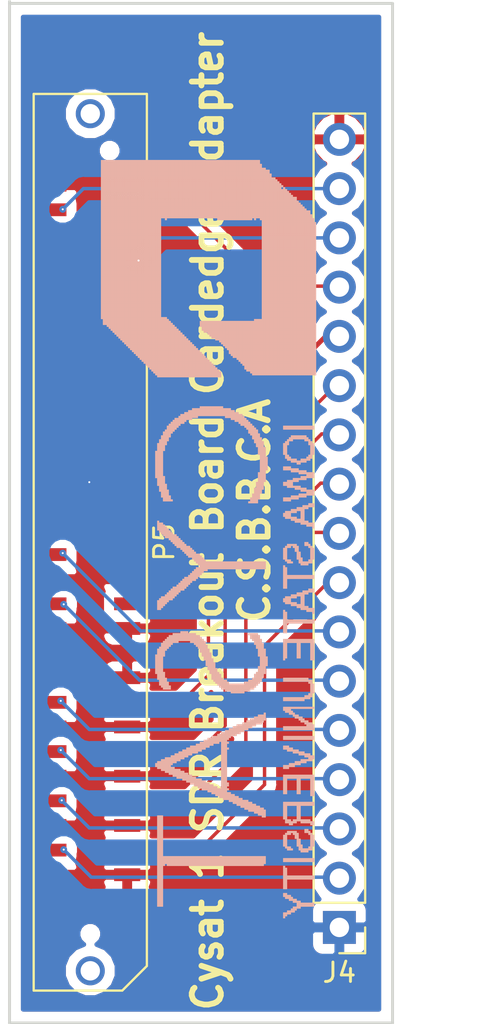
<source format=kicad_pcb>
(kicad_pcb (version 20171130) (host pcbnew 5.0.0)
  (layers (0 F.Cu signal) (31 B.Cu signal) (34 B.Paste user hide) (35 F.Paste user) (36 B.SilkS user) (37 F.SilkS user) (38 B.Mask user) (39 F.Mask user) (44 Edge.Cuts user))
  (net 0 "")
  (net 1 GND)
  (net 2 +5V)
  (net 3 PWR_ENABLE)
  (net 4 MIO15)
  (net 5 MIO10)
  (net 6 MIO13)
  (net 7 MIO14)
  (net 8 MIO0)
  (net 9 MIO48)
  (net 10 MIO51)
  (net 11 MIO49)
  (net 12 MIO47)
  (net 13 MIO46)
  (net 14 MIO11)
  (net 15 MIO12)
  (net 16 PG_MODULE)
  (net 17 FPGA_DONE)
  (net 18 "Net-(P5-Pad41)")
  (net 19 "Net-(P5-Pad42)")
  (net 20 "Net-(P5-Pad45)")
  (net 21 "Net-(P5-Pad46)")
  (net 22 "Net-(P5-Pad49)")
  (net 23 "Net-(P5-Pad50)")
  (net 24 "Net-(P5-Pad54)")
  (module Connectors_Samtec:MECF-30-01-L-DV-WT_Socket (layer F.Cu) (at 198.3486 133.3246 90)
    (fp_text reference P5 (at 0 3.81 90) (layer F.SilkS))
    (fp_text value CONN_02X30)
    (pad 1 smd rect (at -18.415 1.905 90) (size 0.66 1.35) (layers F.Cu F.Paste F.Mask) (net 1 GND))
    (pad 2 smd rect (at -18.415 -1.905 90) (size 0.66 1.35) (layers F.Cu F.Paste F.Mask) (net 1 GND))
    (pad 3 smd rect (at -17.145 1.905 90) (size 0.66 1.35) (layers F.Cu F.Paste F.Mask) (net 1 GND))
    (pad 4 smd rect (at -17.145 -1.905 90) (size 0.66 1.35) (layers F.Cu F.Paste F.Mask) (net 1 GND))
    (pad 5 smd rect (at -15.875 1.905 90) (size 0.66 1.35) (layers F.Cu F.Paste F.Mask) (net 9 MIO48))
    (pad 6 smd rect (at -15.875 -1.905 90) (size 0.66 1.35) (layers F.Cu F.Paste F.Mask) (net 10 MIO51))
    (pad 7 smd rect (at -14.605 1.905 90) (size 0.66 1.35) (layers F.Cu F.Paste F.Mask) (net 1 GND))
    (pad 8 smd rect (at -14.605 -1.905 90) (size 0.66 1.35) (layers F.Cu F.Paste F.Mask) (net 1 GND))
    (pad 9 smd rect (at -13.335 1.905 90) (size 0.66 1.35) (layers F.Cu F.Paste F.Mask) (net 8 MIO0))
    (pad 10 smd rect (at -13.335 -1.905 90) (size 0.66 1.35) (layers F.Cu F.Paste F.Mask) (net 11 MIO49))
    (pad 11 smd rect (at -12.065 1.905 90) (size 0.66 1.35) (layers F.Cu F.Paste F.Mask) (net 1 GND))
    (pad 12 smd rect (at -12.065 -1.905 90) (size 0.66 1.35) (layers F.Cu F.Paste F.Mask) (net 1 GND))
    (pad 13 smd rect (at -10.795 1.905 90) (size 0.66 1.35) (layers F.Cu F.Paste F.Mask) (net 7 MIO14))
    (pad 14 smd rect (at -10.795 -1.905 90) (size 0.66 1.35) (layers F.Cu F.Paste F.Mask) (net 12 MIO47))
    (pad 15 smd rect (at -9.525 1.905 90) (size 0.66 1.35) (layers F.Cu F.Paste F.Mask) (net 1 GND))
    (pad 16 smd rect (at -9.525 -1.905 90) (size 0.66 1.35) (layers F.Cu F.Paste F.Mask) (net 1 GND))
    (pad 17 smd rect (at -8.255 1.905 90) (size 0.66 1.35) (layers F.Cu F.Paste F.Mask) (net 6 MIO13))
    (pad 18 smd rect (at -8.255 -1.905 90) (size 0.66 1.35) (layers F.Cu F.Paste F.Mask) (net 13 MIO46))
    (pad 19 smd rect (at -6.985 1.905 90) (size 0.66 1.35) (layers F.Cu F.Paste F.Mask) (net 1 GND))
    (pad 20 smd rect (at -6.985 -1.905 90) (size 0.66 1.35) (layers F.Cu F.Paste F.Mask) (net 1 GND))
    (pad 23 smd rect (at -4.445 1.905 90) (size 0.66 1.35) (layers F.Cu F.Paste F.Mask) (net 1 GND))
    (pad 24 smd rect (at -4.445 -1.905 90) (size 0.66 1.35) (layers F.Cu F.Paste F.Mask) (net 1 GND))
    (pad 25 smd rect (at -3.175 1.905 90) (size 0.66 1.35) (layers F.Cu F.Paste F.Mask) (net 5 MIO10))
    (pad 26 smd rect (at -3.175 -1.905 90) (size 0.66 1.35) (layers F.Cu F.Paste F.Mask) (net 14 MIO11))
    (pad 27 smd rect (at -1.905 1.905 90) (size 0.66 1.35) (layers F.Cu F.Paste F.Mask) (net 1 GND))
    (pad 28 smd rect (at -1.905 -1.905 90) (size 0.66 1.35) (layers F.Cu F.Paste F.Mask) (net 1 GND))
    (pad 29 smd rect (at -0.635 1.905 90) (size 0.66 1.35) (layers F.Cu F.Paste F.Mask) (net 4 MIO15))
    (pad 30 smd rect (at -0.635 -1.905 90) (size 0.66 1.35) (layers F.Cu F.Paste F.Mask) (net 15 MIO12))
    (pad 31 smd rect (at 0.635 1.905 90) (size 0.66 1.35) (layers F.Cu F.Paste F.Mask) (net 1 GND))
    (pad 32 smd rect (at 0.635 -1.905 90) (size 0.66 1.35) (layers F.Cu F.Paste F.Mask) (net 1 GND))
    (pad 33 smd rect (at 1.905 1.905 90) (size 0.66 1.35) (layers F.Cu F.Paste F.Mask) (net 2 +5V))
    (pad 34 smd rect (at 1.905 -1.905 90) (size 0.66 1.35) (layers F.Cu F.Paste F.Mask) (net 2 +5V))
    (pad 35 smd rect (at 3.175 1.905 90) (size 0.66 1.35) (layers F.Cu F.Paste F.Mask) (net 1 GND))
    (pad 36 smd rect (at 3.175 -1.905 90) (size 0.66 1.35) (layers F.Cu F.Paste F.Mask) (net 1 GND))
    (pad 37 smd rect (at 4.445 1.905 90) (size 0.66 1.35) (layers F.Cu F.Paste F.Mask) (net 2 +5V))
    (pad 38 smd rect (at 4.445 -1.905 90) (size 0.66 1.35) (layers F.Cu F.Paste F.Mask) (net 2 +5V))
    (pad 39 smd rect (at 5.715 1.905 90) (size 0.66 1.35) (layers F.Cu F.Paste F.Mask) (net 1 GND))
    (pad 40 smd rect (at 5.715 -1.905 90) (size 0.66 1.35) (layers F.Cu F.Paste F.Mask) (net 1 GND))
    (pad 41 smd rect (at 6.985 1.905 90) (size 0.66 1.35) (layers F.Cu F.Paste F.Mask) (net 18 "Net-(P5-Pad41)"))
    (pad 42 smd rect (at 6.985 -1.905 90) (size 0.66 1.35) (layers F.Cu F.Paste F.Mask) (net 19 "Net-(P5-Pad42)"))
    (pad 43 smd rect (at 8.255 1.905 90) (size 0.66 1.35) (layers F.Cu F.Paste F.Mask) (net 1 GND))
    (pad 44 smd rect (at 8.255 -1.905 90) (size 0.66 1.35) (layers F.Cu F.Paste F.Mask) (net 1 GND))
    (pad 45 smd rect (at 9.525 1.905 90) (size 0.66 1.35) (layers F.Cu F.Paste F.Mask) (net 20 "Net-(P5-Pad45)"))
    (pad 46 smd rect (at 9.525 -1.905 90) (size 0.66 1.35) (layers F.Cu F.Paste F.Mask) (net 21 "Net-(P5-Pad46)"))
    (pad 47 smd rect (at 10.795 1.905 90) (size 0.66 1.35) (layers F.Cu F.Paste F.Mask) (net 1 GND))
    (pad 48 smd rect (at 10.795 -1.905 90) (size 0.66 1.35) (layers F.Cu F.Paste F.Mask) (net 1 GND))
    (pad 49 smd rect (at 12.065 1.905 90) (size 0.66 1.35) (layers F.Cu F.Paste F.Mask) (net 22 "Net-(P5-Pad49)"))
    (pad 50 smd rect (at 12.065 -1.905 90) (size 0.66 1.35) (layers F.Cu F.Paste F.Mask) (net 23 "Net-(P5-Pad50)"))
    (pad 51 smd rect (at 13.335 1.905 90) (size 0.66 1.35) (layers F.Cu F.Paste F.Mask) (net 1 GND))
    (pad 52 smd rect (at 13.335 -1.905 90) (size 0.66 1.35) (layers F.Cu F.Paste F.Mask) (net 1 GND))
    (pad 53 smd rect (at 14.605 1.905 90) (size 0.66 1.35) (layers F.Cu F.Paste F.Mask) (net 16 PG_MODULE))
    (pad 54 smd rect (at 14.605 -1.905 90) (size 0.66 1.35) (layers F.Cu F.Paste F.Mask) (net 24 "Net-(P5-Pad54)"))
    (pad 55 smd rect (at 15.875 1.905 90) (size 0.66 1.35) (layers F.Cu F.Paste F.Mask) (net 1 GND))
    (pad 56 smd rect (at 15.875 -1.905 90) (size 0.66 1.35) (layers F.Cu F.Paste F.Mask) (net 1 GND))
    (pad 57 smd rect (at 17.145 1.905 90) (size 0.66 1.35) (layers F.Cu F.Paste F.Mask) (net 3 PWR_ENABLE))
    (pad 58 smd rect (at 17.145 -1.905 90) (size 0.66 1.35) (layers F.Cu F.Paste F.Mask) (net 17 FPGA_DONE))
    (pad 59 smd rect (at 18.415 1.905 90) (size 0.66 1.35) (layers F.Cu F.Paste F.Mask) (net 1 GND))
    (pad 60 smd rect (at 18.415 -1.905 90) (size 0.66 1.35) (layers F.Cu F.Paste F.Mask) (net 1 GND))
    (pad "" np_thru_hole circle (at -20.195 0 90) (size 0 0) (drill 1.45) (layers *.Cu *.Mask))
    (pad "" np_thru_hole circle (at 20.195 1 90) (size 0 0) (drill 1.45) (layers *.Cu *.Mask))
    (pad "" thru_hole circle (at -22.1 0 90) (size 1.5 1.5) (drill 1) (layers *.Cu *.Mask))
    (pad "" thru_hole circle (at 22.1 0 90) (size 1.5 1.5) (drill 1) (layers *.Cu *.Mask))
  )
  (module motherboard:LOGO (layer B.Cu) (at 198.501 113.6142 270)
    (fp_text reference LOGO hide)
    (fp_text value "" (at 0 0 270) (layer B.SilkS) (effects (font (size 1.27 1.27)) (justify mirror)))
  )
  (module Pin_Headers:Pin_Header_Straight_1x17_Pitch2.54mm (layer F.Cu) (at 211.201 153.1874 180)
    (fp_text reference J4 (at 0 -2.33 180) (layer F.SilkS))
    (fp_text value "Cardedge breakout")
    (pad 1 thru_hole rect (at 0 0 180) (size 1.7 1.7) (drill 1) (layers *.Cu *.Mask) (net 2 +5V))
    (pad 2 thru_hole oval (at 0 2.54 180) (size 1.7 1.7) (drill 1) (layers *.Cu *.Mask) (net 10 MIO51))
    (pad 3 thru_hole oval (at 0 5.08 180) (size 1.7 1.7) (drill 1) (layers *.Cu *.Mask) (net 11 MIO49))
    (pad 4 thru_hole oval (at 0 7.62 180) (size 1.7 1.7) (drill 1) (layers *.Cu *.Mask) (net 12 MIO47))
    (pad 5 thru_hole oval (at 0 10.16 180) (size 1.7 1.7) (drill 1) (layers *.Cu *.Mask) (net 13 MIO46))
    (pad 6 thru_hole oval (at 0 12.7 180) (size 1.7 1.7) (drill 1) (layers *.Cu *.Mask) (net 14 MIO11))
    (pad 7 thru_hole oval (at 0 15.24 180) (size 1.7 1.7) (drill 1) (layers *.Cu *.Mask) (net 15 MIO12))
    (pad 8 thru_hole oval (at 0 17.78 180) (size 1.7 1.7) (drill 1) (layers *.Cu *.Mask) (net 9 MIO48))
    (pad 9 thru_hole oval (at 0 20.32 180) (size 1.7 1.7) (drill 1) (layers *.Cu *.Mask) (net 8 MIO0))
    (pad 10 thru_hole oval (at 0 22.86 180) (size 1.7 1.7) (drill 1) (layers *.Cu *.Mask) (net 7 MIO14))
    (pad 11 thru_hole oval (at 0 25.4 180) (size 1.7 1.7) (drill 1) (layers *.Cu *.Mask) (net 6 MIO13))
    (pad 12 thru_hole oval (at 0 27.94 180) (size 1.7 1.7) (drill 1) (layers *.Cu *.Mask) (net 5 MIO10))
    (pad 13 thru_hole oval (at 0 30.48 180) (size 1.7 1.7) (drill 1) (layers *.Cu *.Mask) (net 4 MIO15))
    (pad 14 thru_hole oval (at 0 33.02 180) (size 1.7 1.7) (drill 1) (layers *.Cu *.Mask) (net 3 PWR_ENABLE))
    (pad 15 thru_hole oval (at 0 35.56 180) (size 1.7 1.7) (drill 1) (layers *.Cu *.Mask) (net 16 PG_MODULE))
    (pad 16 thru_hole oval (at 0 38.1 180) (size 1.7 1.7) (drill 1) (layers *.Cu *.Mask) (net 17 FPGA_DONE))
    (pad 17 thru_hole oval (at 0 40.64 180) (size 1.7 1.7) (drill 1) (layers *.Cu *.Mask) (net 1 GND))
  )
  (gr_line (start 213.9442 158.115) (end 213.9442 105.537) (angle 90) (layer Edge.Cuts) (width 0.15))
  (gr_line (start 194.183 158.115) (end 213.9442 158.115) (angle 90) (layer Edge.Cuts) (width 0.15))
  (gr_line (start 213.9442 105.537) (end 194.183 105.537) (angle 90) (layer Edge.Cuts) (width 0.15))
  (gr_line (start 194.183 105.537) (end 194.183 105.4354) (angle 90) (layer Edge.Cuts) (width 0.15))
  (gr_text "Cysat 1 SDR Breakout Board Cardedge Adapter \nC.S.B.B.C.A" (at 205.613 131.699 90) (layer F.SilkS) (effects (font (size 1.5 1.4) (thickness 0.3))))
  (gr_line (start 194.183 158.115) (end 194.183 105.537) (layer Edge.Cuts) (width 0.15))
  (segment (start 199.4916 131.4196) (end 198.2978 130.2258) (width 0.1778) (layer F.Cu) (net 2))
  (via (at 198.2978 130.2258) (size 0.3556) (drill 0.1016) (layers F.Cu B.Cu) (net 2))
  (segment (start 198.2978 130.2258) (end 198.2978 130.175) (width 0.1778) (layer B.Cu) (net 2))
  (segment (start 200.2536 131.4196) (end 199.4916 131.4196) (width 0.1778) (layer F.Cu) (net 2))
  (segment (start 197.104 131.4196) (end 198.2978 130.2258) (width 0.1778) (layer F.Cu) (net 2))
  (segment (start 196.4436 131.4196) (end 197.104 131.4196) (width 0.1778) (layer F.Cu) (net 2))
  (segment (start 199.644 128.8796) (end 198.2978 130.2258) (width 0.1778) (layer F.Cu) (net 2))
  (segment (start 200.2536 128.8796) (end 199.644 128.8796) (width 0.1778) (layer F.Cu) (net 2))
  (segment (start 196.9516 128.8796) (end 198.2978 130.2258) (width 0.1778) (layer F.Cu) (net 2))
  (segment (start 196.4436 128.8796) (end 196.9516 128.8796) (width 0.1778) (layer F.Cu) (net 2))
  (segment (start 207.2894 120.1166) (end 203.3524 116.1796) (width 0.1778) (layer F.Cu) (net 3))
  (segment (start 203.3524 116.1796) (end 200.2536 116.1796) (width 0.1778) (layer F.Cu) (net 3))
  (segment (start 210.6422 120.1166) (end 207.2894 120.1166) (width 0.1778) (layer F.Cu) (net 3))
  (segment (start 210.5406 122.7074) (end 207.772 125.476) (width 0.1778) (layer F.Cu) (net 4))
  (segment (start 211.201 122.7074) (end 210.5406 122.7074) (width 0.1778) (layer F.Cu) (net 4))
  (segment (start 201.93 133.9596) (end 200.2536 133.9596) (width 0.1778) (layer F.Cu) (net 4))
  (segment (start 202.9206 132.969) (end 201.93 133.9596) (width 0.1778) (layer F.Cu) (net 4))
  (segment (start 202.9206 130.2258) (end 202.9206 132.969) (width 0.1778) (layer F.Cu) (net 4))
  (segment (start 207.772 125.3744) (end 202.9206 130.2258) (width 0.1778) (layer F.Cu) (net 4))
  (segment (start 210.4898 122.6566) (end 207.772 125.3744) (width 0.1778) (layer F.Cu) (net 4))
  (segment (start 210.6422 122.6566) (end 210.4898 122.6566) (width 0.1778) (layer F.Cu) (net 4))
  (segment (start 207.772 125.476) (end 207.772 125.3744) (width 0.1778) (layer F.Cu) (net 4))
  (segment (start 202.3364 136.4996) (end 200.2536 136.4996) (width 0.1778) (layer F.Cu) (net 5))
  (segment (start 203.6318 135.2042) (end 202.3364 136.4996) (width 0.1778) (layer F.Cu) (net 5))
  (segment (start 203.6318 132.6134) (end 203.6318 135.2042) (width 0.1778) (layer F.Cu) (net 5))
  (segment (start 210.6422 125.603) (end 203.6318 132.6134) (width 0.1778) (layer F.Cu) (net 5))
  (segment (start 210.6422 125.1966) (end 210.6422 125.603) (width 0.1778) (layer F.Cu) (net 5))
  (segment (start 203.0476 141.5796) (end 200.2536 141.5796) (width 0.1778) (layer F.Cu) (net 6))
  (segment (start 204.4446 140.1826) (end 203.0476 141.5796) (width 0.1778) (layer F.Cu) (net 6))
  (segment (start 204.4446 133.5786) (end 204.4446 140.1826) (width 0.1778) (layer F.Cu) (net 6))
  (segment (start 210.2866 127.7366) (end 204.4446 133.5786) (width 0.1778) (layer F.Cu) (net 6))
  (segment (start 210.6422 127.7366) (end 210.2866 127.7366) (width 0.1778) (layer F.Cu) (net 6))
  (segment (start 210.6422 130.2766) (end 210.2358 130.2766) (width 0.1778) (layer F.Cu) (net 7))
  (segment (start 203.962 144.1196) (end 200.2536 144.1196) (width 0.1778) (layer F.Cu) (net 7))
  (segment (start 205.3082 142.7734) (end 203.962 144.1196) (width 0.1778) (layer F.Cu) (net 7))
  (segment (start 205.3082 135.2042) (end 205.3082 142.7734) (width 0.1778) (layer F.Cu) (net 7))
  (segment (start 210.2358 130.2766) (end 205.3082 135.2042) (width 0.1778) (layer F.Cu) (net 7))
  (segment (start 209.3214 132.8166) (end 206.375 135.763) (width 0.1778) (layer F.Cu) (net 8))
  (segment (start 206.375 135.763) (end 206.375 143.7894) (width 0.1778) (layer F.Cu) (net 8))
  (segment (start 206.375 143.7894) (end 203.5048 146.6596) (width 0.1778) (layer F.Cu) (net 8))
  (segment (start 203.5048 146.6596) (end 200.2536 146.6596) (width 0.1778) (layer F.Cu) (net 8))
  (segment (start 210.6422 132.8166) (end 209.3214 132.8166) (width 0.1778) (layer F.Cu) (net 8))
  (segment (start 207.3402 138.6586) (end 207.3402 145.8214) (width 0.1778) (layer F.Cu) (net 9))
  (segment (start 207.3402 145.8214) (end 203.962 149.1996) (width 0.1778) (layer F.Cu) (net 9))
  (segment (start 203.962 149.1996) (end 200.2536 149.1996) (width 0.1778) (layer F.Cu) (net 9))
  (segment (start 210.6422 135.3566) (end 207.3402 138.6586) (width 0.1778) (layer F.Cu) (net 9))
  (segment (start 198.3994 150.5966) (end 196.977 149.1742) (width 0.1778) (layer B.Cu) (net 10))
  (segment (start 210.6422 150.5966) (end 198.3994 150.5966) (width 0.1778) (layer B.Cu) (net 10))
  (segment (start 196.9516 149.1488) (end 196.3928 149.1488) (width 0.1778) (layer F.Cu) (net 10))
  (via (at 196.977 149.1742) (size 0.3556) (drill 0.1016) (layers F.Cu B.Cu) (net 10))
  (segment (start 196.977 149.1742) (end 196.9516 149.1488) (width 0.1778) (layer F.Cu) (net 10))
  (segment (start 198.2978 148.0566) (end 196.8754 146.6342) (width 0.1778) (layer B.Cu) (net 11))
  (segment (start 210.6422 148.0566) (end 198.2978 148.0566) (width 0.1778) (layer B.Cu) (net 11))
  (segment (start 196.85 146.6088) (end 196.3928 146.6088) (width 0.1778) (layer F.Cu) (net 11))
  (via (at 196.8754 146.6342) (size 0.3556) (drill 0.1016) (layers F.Cu B.Cu) (net 11))
  (segment (start 196.8754 146.6342) (end 196.85 146.6088) (width 0.1778) (layer F.Cu) (net 11))
  (segment (start 198.2978 145.5166) (end 196.8246 144.0434) (width 0.1778) (layer B.Cu) (net 12))
  (segment (start 210.6422 145.5166) (end 198.2978 145.5166) (width 0.1778) (layer B.Cu) (net 12))
  (segment (start 196.7992 144.0688) (end 196.3928 144.0688) (width 0.1778) (layer F.Cu) (net 12))
  (via (at 196.8246 144.0434) (size 0.3556) (drill 0.1016) (layers F.Cu B.Cu) (net 12))
  (segment (start 196.8246 144.0434) (end 196.7992 144.0688) (width 0.1778) (layer F.Cu) (net 12))
  (segment (start 198.2978 142.9766) (end 196.8246 141.5034) (width 0.1778) (layer B.Cu) (net 13))
  (segment (start 210.6422 142.9766) (end 198.2978 142.9766) (width 0.1778) (layer B.Cu) (net 13))
  (segment (start 196.7992 141.5288) (end 196.3928 141.5288) (width 0.1778) (layer F.Cu) (net 13))
  (via (at 196.8246 141.5034) (size 0.3556) (drill 0.1016) (layers F.Cu B.Cu) (net 13))
  (segment (start 196.8246 141.5034) (end 196.7992 141.5288) (width 0.1778) (layer F.Cu) (net 13))
  (segment (start 196.9516 136.4996) (end 196.4436 136.4996) (width 0.1778) (layer F.Cu) (net 14))
  (segment (start 200.8886 140.4366) (end 196.977 136.525) (width 0.1778) (layer B.Cu) (net 14))
  (via (at 196.977 136.525) (size 0.3556) (drill 0.1016) (layers F.Cu B.Cu) (net 14))
  (segment (start 196.977 136.525) (end 196.9516 136.4996) (width 0.1778) (layer F.Cu) (net 14))
  (segment (start 210.6422 140.4366) (end 200.8886 140.4366) (width 0.1778) (layer B.Cu) (net 14))
  (segment (start 196.85 133.9596) (end 196.4436 133.9596) (width 0.1778) (layer F.Cu) (net 15))
  (segment (start 200.9394 137.8966) (end 196.9262 133.8834) (width 0.1778) (layer B.Cu) (net 15))
  (via (at 196.9262 133.8834) (size 0.3556) (drill 0.1016) (layers F.Cu B.Cu) (net 15))
  (segment (start 196.9262 133.8834) (end 196.85 133.9596) (width 0.1778) (layer F.Cu) (net 15))
  (segment (start 210.6422 137.8966) (end 200.9394 137.8966) (width 0.1778) (layer B.Cu) (net 15))
  (segment (start 200.7616 118.7196) (end 200.2536 118.7196) (width 0.1778) (layer F.Cu) (net 16))
  (segment (start 202.0062 117.6274) (end 200.8378 118.7958) (width 0.1778) (layer B.Cu) (net 16))
  (via (at 200.8378 118.7958) (size 0.3556) (drill 0.1016) (layers F.Cu B.Cu) (net 16))
  (segment (start 200.8378 118.7958) (end 200.7616 118.7196) (width 0.1778) (layer F.Cu) (net 16))
  (segment (start 211.201 117.6274) (end 202.0062 117.6274) (width 0.1778) (layer B.Cu) (net 16))
  (segment (start 196.9008 116.1796) (end 196.4436 116.1796) (width 0.1778) (layer F.Cu) (net 17))
  (segment (start 197.993 115.0874) (end 196.9262 116.1542) (width 0.1778) (layer B.Cu) (net 17))
  (via (at 196.9262 116.1542) (size 0.3556) (drill 0.1016) (layers F.Cu B.Cu) (net 17))
  (segment (start 196.9262 116.1542) (end 196.9008 116.1796) (width 0.1778) (layer F.Cu) (net 17))
  (segment (start 211.201 115.0874) (end 197.993 115.0874) (width 0.1778) (layer B.Cu) (net 17))
  (zone (net 1) (net_name GND) (layer F.Cu) (connect_pads (clearance 0.508)) (min_thickness 0.254) (fill yes (arc_segments 16) (thermal_gap 0.508) (thermal_bridge_width 0.508))
    (polygon (pts (xy 213.8426 158.0134) (xy 194.2846 158.0134) (xy 194.2846 105.6386) (xy 213.8426 105.6386)))
  )
  (zone (net 2) (net_name +5V) (layer B.Cu) (connect_pads (clearance 0.508)) (min_thickness 0.254) (fill yes (arc_segments 16) (thermal_gap 0.508) (thermal_bridge_width 0.508))
    (polygon (pts (xy 213.8426 158.0134) (xy 194.2846 158.0134) (xy 194.2846 105.6386) (xy 213.8426 105.6386)))
  )
)
</source>
